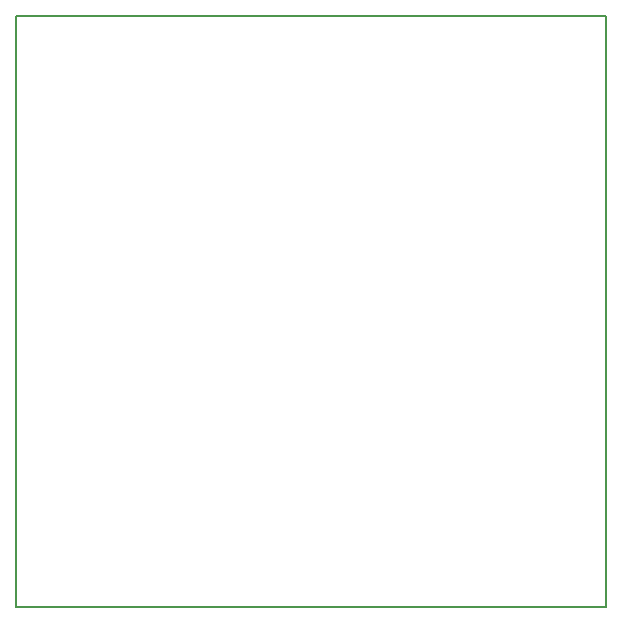
<source format=gbr>
%FSLAX46Y46*%
G04 Gerber Fmt 4.6, Leading zero omitted, Abs format (unit mm)*
G04 Created by KiCad (PCBNEW (2014-09-02 BZR 5112)-product) date jeu. 26 mars 2015 23:29:14 CET*
%MOMM*%
G01*
G04 APERTURE LIST*
%ADD10C,0.150000*%
G04 APERTURE END LIST*
D10*
X156800000Y-99700000D02*
X156800000Y-49600000D01*
X106800000Y-99700000D02*
X156800000Y-99700000D01*
X106800000Y-49600000D02*
X106800000Y-99700000D01*
X156800000Y-49600000D02*
X106800000Y-49600000D01*
M02*

</source>
